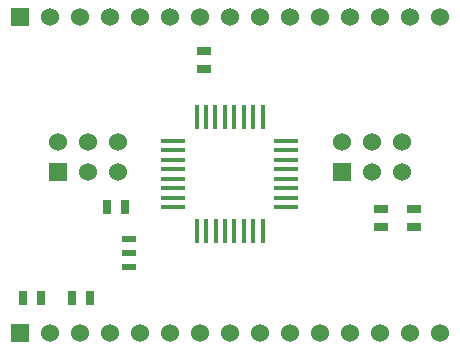
<source format=gts>
G04 (created by PCBNEW (2013-mar-13)-testing) date Mon 26 Aug 2013 07:22:46 AM PDT*
%MOIN*%
G04 Gerber Fmt 3.4, Leading zero omitted, Abs format*
%FSLAX34Y34*%
G01*
G70*
G90*
G04 APERTURE LIST*
%ADD10C,0.005906*%
%ADD11R,0.060000X0.060000*%
%ADD12C,0.060000*%
%ADD13R,0.025000X0.045000*%
%ADD14R,0.045000X0.025000*%
%ADD15R,0.078700X0.017700*%
%ADD16R,0.017700X0.078700*%
%ADD17R,0.051200X0.019700*%
G04 APERTURE END LIST*
G54D10*
G54D11*
X20559Y-33425D03*
G54D12*
X21559Y-33425D03*
X22559Y-33425D03*
X23559Y-33425D03*
X24559Y-33425D03*
X25559Y-33425D03*
X26559Y-33425D03*
X27559Y-33425D03*
X28559Y-33425D03*
X29559Y-33425D03*
X30559Y-33425D03*
X31559Y-33425D03*
X32559Y-33425D03*
X33559Y-33425D03*
X34559Y-33425D03*
G54D11*
X20559Y-22893D03*
G54D12*
X21559Y-22893D03*
X22559Y-22893D03*
X23559Y-22893D03*
X24559Y-22893D03*
X25559Y-22893D03*
X26559Y-22893D03*
X27559Y-22893D03*
X28559Y-22893D03*
X29559Y-22893D03*
X30559Y-22893D03*
X31559Y-22893D03*
X32559Y-22893D03*
X33559Y-22893D03*
X34559Y-22893D03*
G54D13*
X20644Y-32283D03*
X21244Y-32283D03*
X23470Y-29250D03*
X24070Y-29250D03*
G54D14*
X26692Y-24030D03*
X26692Y-24630D03*
G54D15*
X25663Y-29242D03*
X25663Y-28927D03*
X25663Y-28612D03*
X25663Y-28297D03*
X25663Y-27982D03*
X25663Y-27667D03*
X25663Y-27352D03*
X25663Y-27037D03*
X29429Y-27039D03*
X29429Y-29249D03*
X29429Y-28929D03*
X29429Y-28609D03*
X29429Y-28299D03*
X29429Y-27979D03*
X29429Y-27669D03*
X29429Y-27349D03*
G54D16*
X26447Y-26249D03*
X26761Y-26249D03*
X27077Y-26249D03*
X27391Y-26249D03*
X27707Y-26249D03*
X28021Y-26249D03*
X28337Y-26249D03*
X28651Y-26249D03*
X26449Y-30029D03*
X26759Y-30029D03*
X27079Y-30029D03*
X27389Y-30029D03*
X27699Y-30029D03*
X28019Y-30029D03*
X28339Y-30029D03*
X28659Y-30029D03*
G54D13*
X22898Y-32283D03*
X22298Y-32283D03*
G54D14*
X32598Y-29906D03*
X32598Y-29306D03*
X33700Y-29906D03*
X33700Y-29306D03*
G54D17*
X24200Y-30780D03*
X24200Y-31252D03*
X24200Y-30308D03*
G54D11*
X21834Y-28059D03*
G54D12*
X21834Y-27059D03*
X22834Y-28059D03*
X22834Y-27059D03*
X23834Y-28059D03*
X23834Y-27059D03*
G54D11*
X31283Y-28059D03*
G54D12*
X31283Y-27059D03*
X32283Y-28059D03*
X32283Y-27059D03*
X33283Y-28059D03*
X33283Y-27059D03*
M02*

</source>
